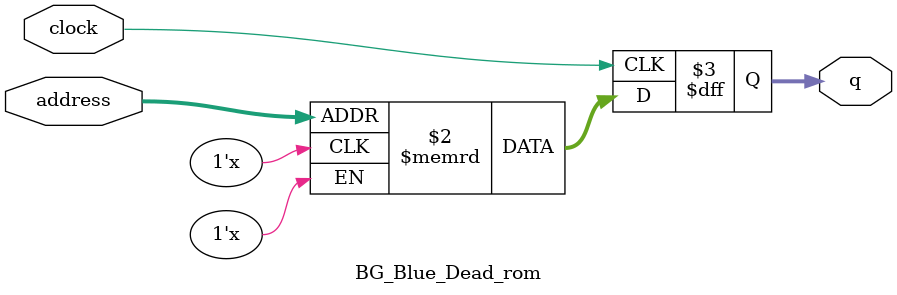
<source format=sv>
module BG_Blue_Dead_rom (
	input logic clock,
	input logic [18:0] address,
	output logic [3:0] q
);

logic [3:0] memory [0:307199] /* synthesis ram_init_file = "./BG_Blue_Dead/BG_Blue_Dead.mif" */;

always_ff @ (posedge clock) begin
	q <= memory[address];
end

endmodule

</source>
